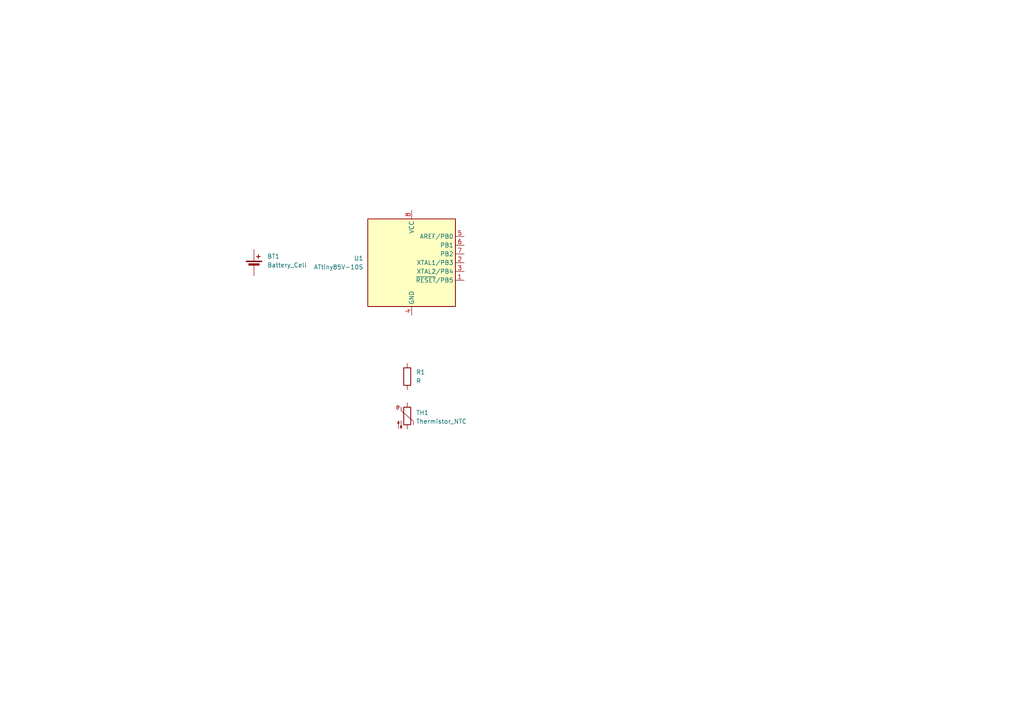
<source format=kicad_sch>
(kicad_sch (version 20231120) (generator "eeschema") (generator_version "8.0")
  (paper "A4")
  (lib_symbols
    (symbol "Device:Battery_Cell" (pin_numbers hide) (pin_names (offset 0) hide)
      (property "Reference" "BT" (at 2.54 2.54 0))
      (property "Value" "Battery_Cell" (at 2.54 0 0))
      (symbol "Battery_Cell_0_1"
        (rectangle (start -2.286 1.778) (end 2.286 1.524) (fill (type outline)))
        (rectangle (start -1.524 1.016) (end 1.524 0.508) (fill (type outline)))
        (polyline (pts (xy 0 0.762) (xy 0 0)))
        (polyline (pts (xy 0 1.778) (xy 0 2.54)))
        (polyline (pts (xy 0.762 3.048) (xy 1.778 3.048)) (stroke (width 0.254)))
        (polyline (pts (xy 1.27 3.556) (xy 1.27 2.54)) (stroke (width 0.254)))
      )
      (symbol "Battery_Cell_1_1"
        (pin passive line (at 0 5.08 270) (length 2.54) (name "+") (number "1"))
        (pin passive line (at 0 -2.54 90) (length 2.54) (name "-") (number "2"))
      )
    )
    (symbol "Device:R" (pin_numbers hide) (pin_names (offset 0))
      (property "Reference" "R" (at 2.032 0 90))
      (property "Value" "R" (at 0 0 90))
      (symbol "R_0_1"
        (rectangle (start -1.016 -2.54) (end 1.016 2.54) (stroke (width 0.254)))
      )
      (symbol "R_1_1"
        (pin passive line (at 0 3.81 270) (length 1.27) (name "~") (number "1"))
        (pin passive line (at 0 -3.81 90) (length 1.27) (name "~") (number "2"))
      )
    )
    (symbol "Device:Thermistor_NTC" (pin_numbers hide) (pin_names (offset 0))
      (property "Reference" "TH" (at -4.445 0 90))
      (property "Value" "Thermistor_NTC" (at 3.175 0 90))
      (symbol "Thermistor_NTC_0_1"
        (arc (start -3.048 2.159) (mid -3.0495 2.3143) (end -3.175 2.413))
        (arc (start -3.048 2.159) (mid -2.9736 1.9794) (end -2.794 1.905))
        (arc (start -3.048 2.794) (mid -2.9736 2.6144) (end -2.794 2.54))
        (arc (start -2.794 1.905) (mid -2.6144 1.9794) (end -2.54 2.159))
        (arc (start -2.794 2.54) (mid -2.4393 2.5587) (end -2.159 2.794))
        (arc (start -2.794 3.048) (mid -2.9736 2.9736) (end -3.048 2.794))
        (arc (start -2.54 2.794) (mid -2.6144 2.9736) (end -2.794 3.048))
        (rectangle (start -1.016 2.54) (end 1.016 -2.54) (stroke (width 0.254)))
        (polyline (pts (xy -2.54 2.159) (xy -2.54 2.794)))
        (polyline (pts (xy -1.778 2.54) (xy -1.778 1.524) (xy 1.778 -1.524) (xy 1.778 -2.54)))
        (polyline (pts (xy -2.54 -3.683) (xy -2.54 -1.397) (xy -2.794 -2.159) (xy -2.286 -2.159) (xy -2.54 -1.397) (xy -2.54 -1.651)) (fill (type outline)))
        (polyline (pts (xy -1.778 -1.397) (xy -1.778 -3.683) (xy -2.032 -2.921) (xy -1.524 -2.921) (xy -1.778 -3.683) (xy -1.778 -3.429)) (fill (type outline)))
      )
      (symbol "Thermistor_NTC_1_1"
        (pin passive line (at 0 3.81 270) (length 1.27) (name "~") (number "1"))
        (pin passive line (at 0 -3.81 90) (length 1.27) (name "~") (number "2"))
      )
    )
    (symbol "MCU_Microchip_ATtiny:ATtiny85V-10S"
      (property "Reference" "U" (at -12.7 13.97 0))
      (property "Value" "ATtiny85V-10S" (at 2.54 -13.97 0))
      (symbol "ATtiny85V-10S_0_1"
        (rectangle (start -12.7 -12.7) (end 12.7 12.7) (stroke (width 0.254)) (fill (type background)))
      )
      (symbol "ATtiny85V-10S_1_1"
        (pin bidirectional line (at 15.24 -5.08 180) (length 2.54) (name "~{RESET}/PB5") (number "1"))
        (pin bidirectional line (at 15.24 0 180) (length 2.54) (name "XTAL1/PB3") (number "2"))
        (pin bidirectional line (at 15.24 -2.54 180) (length 2.54) (name "XTAL2/PB4") (number "3"))
        (pin power_in line (at 0 -15.24 90) (length 2.54) (name "GND") (number "4"))
        (pin bidirectional line (at 15.24 7.62 180) (length 2.54) (name "AREF/PB0") (number "5"))
        (pin bidirectional line (at 15.24 5.08 180) (length 2.54) (name "PB1") (number "6"))
        (pin bidirectional line (at 15.24 2.54 180) (length 2.54) (name "PB2") (number "7"))
        (pin power_in line (at 0 15.24 270) (length 2.54) (name "VCC") (number "8"))
      )
    )
  )
  (symbol (lib_id "Device:Battery_Cell") (at 73.66 77.47 0) (unit 1)
    (property "Reference" "BT1" (at 77.47 74.3584 0) (effects (justify left)))
    (property "Value" "Battery_Cell" (at 77.47 76.8984 0) (effects (justify left)))
    (property "Description" "Single-cell battery" (effects (hide yes)))
  )
  (symbol (lib_id "MCU_Microchip_ATtiny:ATtiny85V-10S") (at 119.38 76.2 0) (unit 1)
    (property "Reference" "U1" (at 105.41 74.9299 0) (effects (justify right)))
    (property "Value" "ATtiny85V-10S" (at 105.41 77.4699 0) (effects (justify right)))
    (property "Footprint" "Package_SO:SOIC-8W_5.3x5.3mm_P1.27mm" (effects (hide yes)))
    (property "Datasheet" "http://ww1.microchip.com/downloads/en/DeviceDoc/atmel-2586-avr-8-bit-microcontroller-attiny25-attiny45-attiny85_datasheet.pdf" (effects (hide yes)))
    (property "Description" "10MHz, 8kB Flash, 512B SRAM, 512B EEPROM, debugWIRE, SOIC-8W" (effects (hide yes)))
  )
  (symbol (lib_id "Device:Thermistor_NTC") (at 118.11 120.65 0) (unit 1)
    (property "Reference" "TH1" (at 120.65 119.6974 0) (effects (justify left)))
    (property "Value" "Thermistor_NTC" (at 120.65 122.2374 0) (effects (justify left)))
    (property "Description" "Temperature dependent resistor, negative temperature coefficient" (effects (hide yes)))
  )
  (symbol (lib_id "Device:R") (at 118.11 109.22 0) (unit 1)
    (property "Reference" "R1" (at 120.65 107.9499 0) (effects (justify left)))
    (property "Value" "R" (at 120.65 110.4899 0) (effects (justify left)))
    (property "Description" "Resistor" (effects (hide yes)))
  )
)
</source>
